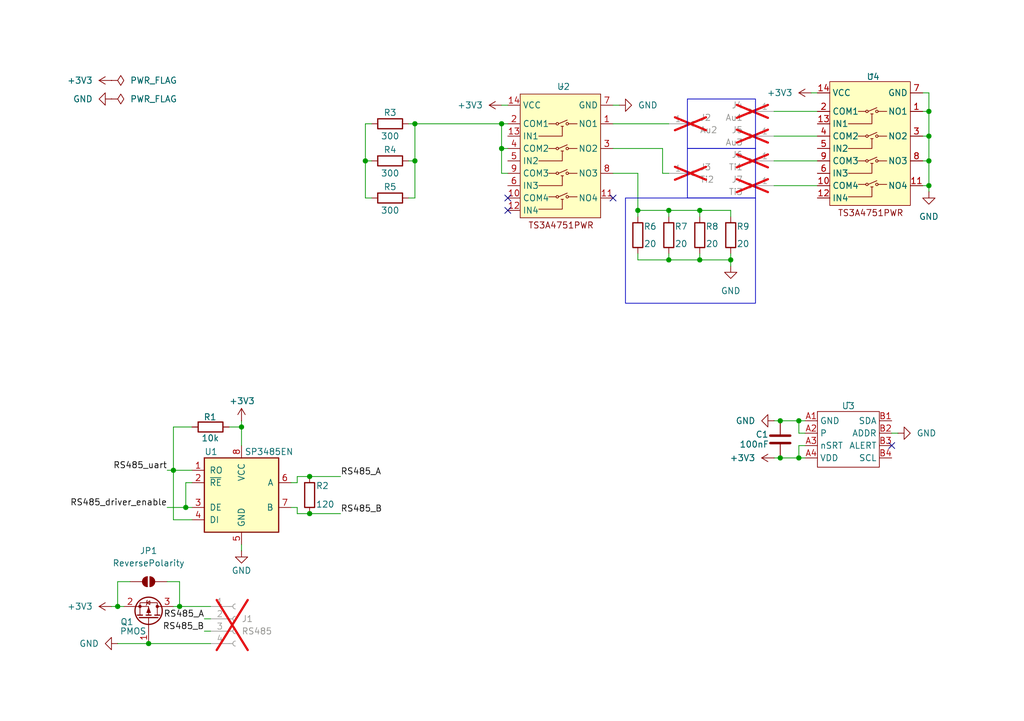
<source format=kicad_sch>
(kicad_sch (version 20231120) (generator "eeschema") (generator_version "8.0")
  (paper "A5")
  (lib_symbols
    (symbol "4022S:GXTS02S"
      (property "Reference" "U" (at 0 5.588 0))
      (symbol "GXTS02S_0_1"
        (rectangle (start -6.35 4.445) (end 6.35 -6.985))
      )
      (symbol "GXTS02S_1_1"
        (pin power_in line (at -8.89 2.54 0) (length 2.54) (name "GND") (number "A1"))
        (pin input line (at -8.89 0 0) (length 2.54) (name "P") (number "A2"))
        (pin input line (at -8.89 -2.54 0) (length 2.54) (name "nSRT") (number "A3"))
        (pin power_in line (at -8.89 -5.08 0) (length 2.54) (name "VDD") (number "A4"))
        (pin bidirectional line (at 8.89 2.54 180) (length 2.54) (name "SDA") (number "B1"))
        (pin input line (at 8.89 0 180) (length 2.54) (name "ADDR") (number "B2"))
        (pin output line (at 8.89 -2.54 180) (length 2.54) (name "ALERT") (number "B3"))
        (pin bidirectional line (at 8.89 -5.08 180) (length 2.54) (name "SCL") (number "B4"))
      )
    )
    (symbol "4022S:TS3A4751PWR"
      (property "Reference" "U" (at -0.762 13.462 0))
      (symbol "TS3A4751PWR_0_1"
        (polyline (pts (xy -1.524 -8.636) (xy -3.048 -8.636)))
        (polyline (pts (xy -1.524 -3.81) (xy -3.048 -3.81)))
        (polyline (pts (xy -1.524 1.27) (xy -3.048 1.27)))
        (polyline (pts (xy -1.524 6.35) (xy -3.048 6.35)))
        (polyline (pts (xy 1.016 -8.636) (xy 2.794 -8.636)))
        (polyline (pts (xy 1.016 -3.81) (xy 2.794 -3.81)))
        (polyline (pts (xy 1.016 1.27) (xy 2.794 1.27)))
        (polyline (pts (xy 1.016 6.35) (xy 2.794 6.35)))
        (polyline (pts (xy 8.255 -15.24) (xy 8.255 -15.24)))
        (polyline (pts (xy 8.255 -7.62) (xy 8.255 -7.62)))
        (polyline (pts (xy 8.255 0) (xy 8.255 0)))
        (polyline (pts (xy -0.508 -9.144) (xy 0 -9.144) (xy -0.254 -9.144) (xy -0.254 -11.176) (xy -5.08 -11.176)))
        (polyline (pts (xy -0.508 -4.318) (xy 0 -4.318) (xy -0.254 -4.318) (xy -0.254 -6.35) (xy -5.08 -6.35)))
        (polyline (pts (xy -0.508 0.762) (xy 0 0.762) (xy -0.254 0.762) (xy -0.254 -1.27) (xy -5.08 -1.27)))
        (polyline (pts (xy -0.508 5.842) (xy 0 5.842) (xy -0.254 5.842) (xy -0.254 3.81) (xy -5.08 3.81)))
      )
      (symbol "TS3A4751PWR_1_0"
        (pin bidirectional line (at -11.43 -8.89 0) (length 2.54) (name "COM4") (number "10"))
        (pin bidirectional line (at 10.16 -8.89 180) (length 2.54) (name "NO4") (number "11"))
        (pin input line (at -11.43 -11.43 0) (length 2.54) (name "IN4") (number "12"))
        (pin input line (at -11.43 3.81 0) (length 2.54) (name "IN1") (number "13"))
        (pin power_in line (at -11.43 10.16 0) (length 2.54) (name "VCC") (number "14"))
        (pin bidirectional line (at -11.43 6.35 0) (length 2.54) (name "COM1") (number "2"))
        (pin bidirectional line (at 10.16 1.27 180) (length 2.54) (name "NO2") (number "3"))
        (pin bidirectional line (at -11.43 1.27 0) (length 2.54) (name "COM2") (number "4"))
        (pin input line (at -11.43 -1.27 0) (length 2.54) (name "IN2") (number "5"))
        (pin input line (at -11.43 -6.35 0) (length 2.54) (name "IN3") (number "6"))
        (pin power_in line (at 10.16 10.16 180) (length 2.54) (name "GND") (number "7"))
        (pin bidirectional line (at 10.16 -3.81 180) (length 2.54) (name "NO3") (number "8"))
        (pin bidirectional line (at -11.43 -3.81 0) (length 2.54) (name "COM3") (number "9"))
      )
      (symbol "TS3A4751PWR_1_1"
        (rectangle (start -8.89 12.446) (end 7.62 -12.954) (fill (type background)))
        (circle (center -1.27 -8.636) (radius 0.254))
        (circle (center -1.27 -3.81) (radius 0.254))
        (circle (center -1.27 1.27) (radius 0.254))
        (circle (center -1.27 6.35) (radius 0.254))
        (polyline (pts (xy -1.016 -8.636) (xy 0.762 -7.874)))
        (polyline (pts (xy -1.016 -3.81) (xy 0.762 -3.048)))
        (polyline (pts (xy -1.016 1.27) (xy 0.762 2.032)))
        (polyline (pts (xy -1.016 6.35) (xy 0.762 7.112)))
        (circle (center 0.762 -8.636) (radius 0.254))
        (circle (center 0.762 -3.81) (radius 0.254))
        (circle (center 0.762 1.27) (radius 0.254))
        (circle (center 0.762 6.35) (radius 0.254))
        (text "TS3A4751PWR" (at -0.508 -14.478 0) (effects (font (size 1.27 1.27))))
        (pin bidirectional line (at 10.16 6.35 180) (length 2.54) (name "NO1") (number "1"))
      )
    )
    (symbol "Connector:Conn_01x01_Socket" (pin_names (offset 1.016) hide)
      (property "Reference" "J" (at 0 2.54 0))
      (property "Value" "Conn_01x01_Socket" (at 0 -2.54 0))
      (symbol "Conn_01x01_Socket_1_1"
        (polyline (pts (xy -1.27 0) (xy -0.508 0)) (stroke (width 0.1524)))
        (arc (start 0 0.508) (mid -0.5058 0) (end 0 -0.508) (stroke (width 0.1524)))
        (pin passive line (at -5.08 0 0) (length 3.81) (name "Pin_1") (number "1"))
      )
    )
    (symbol "Connector:Conn_01x04_Socket" (pin_names (offset 1.016) hide)
      (property "Reference" "J" (at 0 5.08 0))
      (property "Value" "Conn_01x04_Socket" (at 0 -7.62 0))
      (symbol "Conn_01x04_Socket_1_1"
        (arc (start 0 -4.572) (mid -0.5058 -5.08) (end 0 -5.588) (stroke (width 0.1524)))
        (arc (start 0 -2.032) (mid -0.5058 -2.54) (end 0 -3.048) (stroke (width 0.1524)))
        (polyline (pts (xy -1.27 -5.08) (xy -0.508 -5.08)) (stroke (width 0.1524)))
        (polyline (pts (xy -1.27 -2.54) (xy -0.508 -2.54)) (stroke (width 0.1524)))
        (polyline (pts (xy -1.27 0) (xy -0.508 0)) (stroke (width 0.1524)))
        (polyline (pts (xy -1.27 2.54) (xy -0.508 2.54)) (stroke (width 0.1524)))
        (arc (start 0 0.508) (mid -0.5058 0) (end 0 -0.508) (stroke (width 0.1524)))
        (arc (start 0 3.048) (mid -0.5058 2.54) (end 0 2.032) (stroke (width 0.1524)))
        (pin passive line (at -5.08 2.54 0) (length 3.81) (name "Pin_1") (number "1"))
        (pin passive line (at -5.08 0 0) (length 3.81) (name "Pin_2") (number "2"))
        (pin passive line (at -5.08 -2.54 0) (length 3.81) (name "Pin_3") (number "3"))
        (pin passive line (at -5.08 -5.08 0) (length 3.81) (name "Pin_4") (number "4"))
      )
    )
    (symbol "Device:C" (pin_numbers hide) (pin_names (offset 0.254))
      (property "Reference" "C" (at 0.635 2.54 0))
      (property "Value" "C" (at 0.635 -2.54 0))
      (symbol "C_0_1"
        (polyline (pts (xy -2.032 -0.762) (xy 2.032 -0.762)) (stroke (width 0.508)))
        (polyline (pts (xy -2.032 0.762) (xy 2.032 0.762)) (stroke (width 0.508)))
      )
      (symbol "C_1_1"
        (pin passive line (at 0 3.81 270) (length 2.794) (name "~") (number "1"))
        (pin passive line (at 0 -3.81 90) (length 2.794) (name "~") (number "2"))
      )
    )
    (symbol "Device:R" (pin_numbers hide) (pin_names (offset 0))
      (property "Reference" "R" (at 2.032 0 90))
      (property "Value" "R" (at 0 0 90))
      (symbol "R_0_1"
        (rectangle (start -1.016 -2.54) (end 1.016 2.54) (stroke (width 0.254)))
      )
      (symbol "R_1_1"
        (pin passive line (at 0 3.81 270) (length 1.27) (name "~") (number "1"))
        (pin passive line (at 0 -3.81 90) (length 1.27) (name "~") (number "2"))
      )
    )
    (symbol "Interface_UART:SP3485EN" (pin_names (offset 1.016))
      (property "Reference" "U" (at -7.62 8.89 0))
      (property "Value" "SP3485EN" (at 2.54 8.89 0))
      (symbol "SP3485EN_0_1"
        (rectangle (start -7.62 7.62) (end 7.62 -7.62) (stroke (width 0.254)) (fill (type background)))
      )
      (symbol "SP3485EN_1_1"
        (pin output line (at -10.16 5.08 0) (length 2.54) (name "RO") (number "1"))
        (pin input line (at -10.16 2.54 0) (length 2.54) (name "~{RE}") (number "2"))
        (pin input line (at -10.16 -2.54 0) (length 2.54) (name "DE") (number "3"))
        (pin input line (at -10.16 -5.08 0) (length 2.54) (name "DI") (number "4"))
        (pin power_in line (at 0 -10.16 90) (length 2.54) (name "GND") (number "5"))
        (pin bidirectional line (at 10.16 2.54 180) (length 2.54) (name "A") (number "6"))
        (pin bidirectional line (at 10.16 -2.54 180) (length 2.54) (name "B") (number "7"))
        (pin power_in line (at 0 10.16 270) (length 2.54) (name "VCC") (number "8"))
      )
    )
    (symbol "Jumper:SolderJumper_2_Open" (pin_numbers hide) (pin_names (offset 0) hide) (exclude_from_sim yes) (in_bom no)
      (property "Reference" "JP" (at 0 2.032 0))
      (property "Value" "SolderJumper_2_Open" (at 0 -2.54 0))
      (symbol "SolderJumper_2_Open_0_1"
        (arc (start -0.254 1.016) (mid -1.2656 0) (end -0.254 -1.016))
        (arc (start -0.254 1.016) (mid -1.2656 0) (end -0.254 -1.016) (fill (type outline)))
        (polyline (pts (xy -0.254 1.016) (xy -0.254 -1.016)))
        (polyline (pts (xy 0.254 1.016) (xy 0.254 -1.016)))
        (arc (start 0.254 -1.016) (mid 1.2656 0) (end 0.254 1.016))
        (arc (start 0.254 -1.016) (mid 1.2656 0) (end 0.254 1.016) (fill (type outline)))
      )
      (symbol "SolderJumper_2_Open_1_1"
        (pin passive line (at -3.81 0 0) (length 2.54) (name "A") (number "1"))
        (pin passive line (at 3.81 0 180) (length 2.54) (name "B") (number "2"))
      )
    )
    (symbol "Transistor_FET:AO3401A" (pin_names hide)
      (property "Reference" "Q" (at 5.08 1.905 0))
      (property "Value" "AO3401A" (at 5.08 0 0))
      (symbol "AO3401A_0_1"
        (polyline (pts (xy 0.254 0) (xy -2.54 0)))
        (polyline (pts (xy 0.254 1.905) (xy 0.254 -1.905)) (stroke (width 0.254)))
        (polyline (pts (xy 0.762 -1.27) (xy 0.762 -2.286)) (stroke (width 0.254)))
        (polyline (pts (xy 0.762 0.508) (xy 0.762 -0.508)) (stroke (width 0.254)))
        (polyline (pts (xy 0.762 2.286) (xy 0.762 1.27)) (stroke (width 0.254)))
        (polyline (pts (xy 2.54 2.54) (xy 2.54 1.778)))
        (polyline (pts (xy 2.54 -2.54) (xy 2.54 0) (xy 0.762 0)))
        (polyline (pts (xy 0.762 1.778) (xy 3.302 1.778) (xy 3.302 -1.778) (xy 0.762 -1.778)))
        (polyline (pts (xy 2.286 0) (xy 1.27 0.381) (xy 1.27 -0.381) (xy 2.286 0)) (fill (type outline)))
        (polyline (pts (xy 2.794 -0.508) (xy 2.921 -0.381) (xy 3.683 -0.381) (xy 3.81 -0.254)))
        (polyline (pts (xy 3.302 -0.381) (xy 2.921 0.254) (xy 3.683 0.254) (xy 3.302 -0.381)))
        (circle (center 1.651 0) (radius 2.794) (stroke (width 0.254)))
        (circle (center 2.54 -1.778) (radius 0.254) (fill (type outline)))
        (circle (center 2.54 1.778) (radius 0.254) (fill (type outline)))
      )
      (symbol "AO3401A_1_1"
        (pin input line (at -5.08 0 0) (length 2.54) (name "G") (number "1"))
        (pin passive line (at 2.54 -5.08 90) (length 2.54) (name "S") (number "2"))
        (pin passive line (at 2.54 5.08 270) (length 2.54) (name "D") (number "3"))
      )
    )
    (symbol "power:+3V3" (power) (pin_numbers hide) (pin_names (offset 0) hide)
      (property "Value" "+3V3" (at 0 3.556 0))
      (symbol "+3V3_0_1"
        (polyline (pts (xy -0.762 1.27) (xy 0 2.54)))
        (polyline (pts (xy 0 0) (xy 0 2.54)))
        (polyline (pts (xy 0 2.54) (xy 0.762 1.27)))
      )
      (symbol "+3V3_1_1"
        (pin power_in line (at 0 0 90) (length 0) (name "~") (number "1"))
      )
    )
    (symbol "power:GND" (power) (pin_numbers hide) (pin_names (offset 0) hide)
      (property "Value" "GND" (at 0 -3.81 0))
      (symbol "GND_0_1"
        (polyline (pts (xy 0 0) (xy 0 -1.27) (xy 1.27 -1.27) (xy 0 -2.54) (xy -1.27 -1.27) (xy 0 -1.27)))
      )
      (symbol "GND_1_1"
        (pin power_in line (at 0 0 270) (length 0) (name "~") (number "1"))
      )
    )
    (symbol "power:PWR_FLAG" (power) (pin_numbers hide) (pin_names (offset 0) hide)
      (property "Value" "PWR_FLAG" (at 0 3.81 0))
      (symbol "PWR_FLAG_0_0"
        (pin power_out line (at 0 0 90) (length 0) (name "~") (number "1"))
      )
      (symbol "PWR_FLAG_0_1"
        (polyline (pts (xy 0 0) (xy 0 1.27) (xy -1.016 1.905) (xy 0 2.54) (xy 1.016 1.905) (xy 0 1.27)))
      )
    )
  )
  (junction (at 38.1 104.14))
  (junction (at 163.83 86.36))
  (junction (at 190.5 27.94))
  (junction (at 137.16 53.34))
  (junction (at 143.51 43.18))
  (junction (at 30.48 132.08))
  (junction (at 36.83 124.46))
  (junction (at 102.87 25.4))
  (junction (at 149.86 53.34))
  (junction (at 137.16 43.18))
  (junction (at 143.51 53.34))
  (junction (at 102.87 30.48))
  (junction (at 163.83 93.98))
  (junction (at 85.09 33.02))
  (junction (at 160.02 93.98))
  (junction (at 35.56 96.52))
  (junction (at 190.5 22.86))
  (junction (at 24.13 124.46))
  (junction (at 63.5 105.41))
  (junction (at 85.09 25.4))
  (junction (at 190.5 33.02))
  (junction (at 130.81 43.18))
  (junction (at 63.5 97.79))
  (junction (at 190.5 38.1))
  (junction (at 49.53 87.63))
  (junction (at 74.93 33.02))
  (junction (at 160.02 86.36))
  (no_connect (at 182.88 91.44))
  (no_connect (at 125.73 40.64))
  (no_connect (at 104.14 43.18))
  (no_connect (at 104.14 40.64))
  (wire (pts (xy 24.13 124.46) (xy 25.4 124.46)))
  (wire (pts (xy 189.23 27.94) (xy 190.5 27.94)))
  (wire (pts (xy 143.51 43.18) (xy 143.51 44.45)))
  (wire (pts (xy 39.37 87.63) (xy 35.56 87.63)))
  (wire (pts (xy 102.87 25.4) (xy 102.87 30.48)))
  (wire (pts (xy 137.16 43.18) (xy 143.51 43.18)))
  (wire (pts (xy 158.75 22.86) (xy 167.64 22.86)))
  (wire (pts (xy 102.87 30.48) (xy 104.14 30.48)))
  (wire (pts (xy 149.86 53.34) (xy 149.86 52.07)))
  (wire (pts (xy 130.81 53.34) (xy 137.16 53.34)))
  (wire (pts (xy 35.56 106.68) (xy 39.37 106.68)))
  (wire (pts (xy 24.13 132.08) (xy 30.48 132.08)))
  (wire (pts (xy 41.91 129.54) (xy 43.18 129.54)))
  (wire (pts (xy 149.86 53.34) (xy 149.86 54.61)))
  (wire (pts (xy 102.87 35.56) (xy 104.14 35.56)))
  (wire (pts (xy 163.83 93.98) (xy 163.83 91.44)))
  (wire (pts (xy 74.93 33.02) (xy 74.93 25.4)))
  (wire (pts (xy 35.56 87.63) (xy 35.56 96.52)))
  (wire (pts (xy 158.75 33.02) (xy 167.64 33.02)))
  (wire (pts (xy 85.09 40.64) (xy 85.09 33.02)))
  (wire (pts (xy 190.5 33.02) (xy 190.5 38.1)))
  (wire (pts (xy 30.48 132.08) (xy 43.18 132.08)))
  (wire (pts (xy 189.23 33.02) (xy 190.5 33.02)))
  (wire (pts (xy 49.53 91.44) (xy 49.53 87.63)))
  (wire (pts (xy 102.87 30.48) (xy 102.87 35.56)))
  (wire (pts (xy 36.83 124.46) (xy 43.18 124.46)))
  (wire (pts (xy 38.1 104.14) (xy 39.37 104.14)))
  (wire (pts (xy 130.81 43.18) (xy 137.16 43.18)))
  (wire (pts (xy 163.83 93.98) (xy 165.1 93.98)))
  (wire (pts (xy 60.96 99.06) (xy 60.96 97.79)))
  (wire (pts (xy 125.73 30.48) (xy 135.89 30.48)))
  (wire (pts (xy 166.37 19.05) (xy 167.64 19.05)))
  (wire (pts (xy 158.75 38.1) (xy 167.64 38.1)))
  (wire (pts (xy 137.16 52.07) (xy 137.16 53.34)))
  (wire (pts (xy 125.73 25.4) (xy 137.16 25.4)))
  (wire (pts (xy 60.96 104.14) (xy 60.96 105.41)))
  (wire (pts (xy 143.51 52.07) (xy 143.51 53.34)))
  (wire (pts (xy 137.16 43.18) (xy 137.16 44.45)))
  (wire (pts (xy 39.37 99.06) (xy 38.1 99.06)))
  (wire (pts (xy 104.14 25.4) (xy 102.87 25.4)))
  (wire (pts (xy 83.82 25.4) (xy 85.09 25.4)))
  (wire (pts (xy 130.81 35.56) (xy 130.81 43.18)))
  (wire (pts (xy 74.93 40.64) (xy 74.93 33.02)))
  (wire (pts (xy 182.88 88.9) (xy 184.15 88.9)))
  (wire (pts (xy 63.5 97.79) (xy 69.85 97.79)))
  (wire (pts (xy 59.69 99.06) (xy 60.96 99.06)))
  (wire (pts (xy 60.96 105.41) (xy 63.5 105.41)))
  (wire (pts (xy 163.83 86.36) (xy 163.83 88.9)))
  (wire (pts (xy 24.13 124.46) (xy 24.13 119.38)))
  (wire (pts (xy 24.13 119.38) (xy 26.67 119.38)))
  (wire (pts (xy 135.89 30.48) (xy 135.89 35.56)))
  (wire (pts (xy 22.86 124.46) (xy 24.13 124.46)))
  (wire (pts (xy 163.83 91.44) (xy 165.1 91.44)))
  (wire (pts (xy 34.29 96.52) (xy 35.56 96.52)))
  (wire (pts (xy 41.91 127) (xy 43.18 127)))
  (wire (pts (xy 34.29 119.38) (xy 36.83 119.38)))
  (wire (pts (xy 190.5 27.94) (xy 190.5 33.02)))
  (wire (pts (xy 189.23 22.86) (xy 190.5 22.86)))
  (wire (pts (xy 85.09 25.4) (xy 102.87 25.4)))
  (wire (pts (xy 125.73 35.56) (xy 130.81 35.56)))
  (wire (pts (xy 189.23 19.05) (xy 190.5 19.05)))
  (wire (pts (xy 130.81 52.07) (xy 130.81 53.34)))
  (wire (pts (xy 85.09 33.02) (xy 85.09 25.4)))
  (wire (pts (xy 49.53 86.36) (xy 49.53 87.63)))
  (wire (pts (xy 35.56 96.52) (xy 39.37 96.52)))
  (wire (pts (xy 49.53 111.76) (xy 49.53 113.03)))
  (wire (pts (xy 158.75 93.98) (xy 160.02 93.98)))
  (wire (pts (xy 137.16 53.34) (xy 143.51 53.34)))
  (wire (pts (xy 190.5 22.86) (xy 190.5 27.94)))
  (wire (pts (xy 63.5 105.41) (xy 69.85 105.41)))
  (wire (pts (xy 60.96 97.79) (xy 63.5 97.79)))
  (wire (pts (xy 163.83 88.9) (xy 165.1 88.9)))
  (wire (pts (xy 130.81 44.45) (xy 130.81 43.18)))
  (wire (pts (xy 125.73 21.59) (xy 127 21.59)))
  (wire (pts (xy 143.51 53.34) (xy 149.86 53.34)))
  (wire (pts (xy 36.83 119.38) (xy 36.83 124.46)))
  (wire (pts (xy 83.82 40.64) (xy 85.09 40.64)))
  (wire (pts (xy 74.93 25.4) (xy 76.2 25.4)))
  (wire (pts (xy 158.75 27.94) (xy 167.64 27.94)))
  (wire (pts (xy 38.1 99.06) (xy 38.1 104.14)))
  (wire (pts (xy 143.51 43.18) (xy 149.86 43.18)))
  (wire (pts (xy 74.93 33.02) (xy 76.2 33.02)))
  (wire (pts (xy 189.23 38.1) (xy 190.5 38.1)))
  (wire (pts (xy 190.5 19.05) (xy 190.5 22.86)))
  (wire (pts (xy 160.02 93.98) (xy 163.83 93.98)))
  (wire (pts (xy 163.83 86.36) (xy 165.1 86.36)))
  (wire (pts (xy 59.69 104.14) (xy 60.96 104.14)))
  (wire (pts (xy 190.5 38.1) (xy 190.5 39.37)))
  (wire (pts (xy 35.56 124.46) (xy 36.83 124.46)))
  (wire (pts (xy 76.2 40.64) (xy 74.93 40.64)))
  (wire (pts (xy 46.99 87.63) (xy 49.53 87.63)))
  (wire (pts (xy 135.89 35.56) (xy 137.16 35.56)))
  (wire (pts (xy 35.56 96.52) (xy 35.56 106.68)))
  (wire (pts (xy 102.87 21.59) (xy 104.14 21.59)))
  (wire (pts (xy 34.29 104.14) (xy 38.1 104.14)))
  (wire (pts (xy 160.02 86.36) (xy 163.83 86.36)))
  (wire (pts (xy 158.75 86.36) (xy 160.02 86.36)))
  (wire (pts (xy 149.86 43.18) (xy 149.86 44.45)))
  (wire (pts (xy 83.82 33.02) (xy 85.09 33.02)))
  (rectangle (start 140.97 30.48) (end 154.94 40.64))
  (rectangle (start 140.97 20.32) (end 154.94 30.48))
  (rectangle (start 128.27 40.64) (end 154.94 62.23))
  (label "RS485_driver_enable" (at 34.29 104.14 180))
  (label "RS485_A" (at 41.91 127 180))
  (label "RS485_uart" (at 34.29 96.52 180))
  (label "RS485_B" (at 41.91 129.54 180))
  (label "RS485_A" (at 69.85 97.79 0))
  (label "RS485_B" (at 69.85 105.41 0))
  (symbol (lib_id "power:GND") (at 22.86 20.32 270) (unit 1)
    (property "Reference" "#PWR02" (effects (hide yes)))
    (property "Value" "GND" (at 19.05 20.3199 90) (effects (justify right)))
    (property "Description" "Power symbol creates a global label with name \"GND\" , ground" (effects (hide yes)))
  )
  (symbol (lib_id "4022S:TS3A4751PWR") (at 115.57 31.75 0) (unit 1)
    (property "Reference" "U2" (at 115.57 17.78 0))
    (property "Value" "~" (at 115.2525 17.78 0))
  )
  (symbol (lib_id "power:PWR_FLAG") (at 22.86 20.32 270) (unit 1)
    (property "Reference" "#FLG02" (effects (hide yes)))
    (property "Value" "PWR_FLAG" (at 26.67 20.3199 90) (effects (justify left)))
    (property "Description" "Special symbol for telling ERC where power comes from" (effects (hide yes)))
  )
  (symbol (lib_id "power:+3V3") (at 22.86 124.46 90) (unit 1)
    (property "Reference" "#PWR03" (effects (hide yes)))
    (property "Value" "+3V3" (at 19.05 124.4599 90) (effects (justify left)))
    (property "Description" "Power symbol creates a global label with name \"+3V3\"" (effects (hide yes)))
  )
  (symbol (lib_id "Connector:Conn_01x01_Socket") (at 142.24 25.4 0) (unit 1) (dnp yes)
    (property "Reference" "J2" (at 143.51 24.1299 0) (effects (justify left)))
    (property "Value" "Au2" (at 143.51 26.6699 0) (effects (justify left)))
    (property "Description" "Generic connector, single row, 01x01, script generated" (effects (hide yes)))
  )
  (symbol (lib_id "Device:R") (at 80.01 33.02 90) (unit 1)
    (property "Reference" "R4" (at 80.01 30.734 90))
    (property "Value" "300" (at 80.01 35.56 90))
    (property "Description" "Resistor" (effects (hide yes)))
    (property "JLC Part no." "C17887" (effects (hide yes)))
  )
  (symbol (lib_id "power:GND") (at 49.53 113.03 0) (unit 1)
    (property "Reference" "#PWR06" (effects (hide yes)))
    (property "Value" "GND" (at 49.53 117.094 0))
    (property "Description" "Power symbol creates a global label with name \"GND\" , ground" (effects (hide yes)))
  )
  (symbol (lib_id "Connector:Conn_01x01_Socket") (at 153.67 38.1 0) (mirror y) (unit 1) (dnp yes)
    (property "Reference" "J7" (at 152.4 36.8299 0) (effects (justify left)))
    (property "Value" "Ti3" (at 152.4 39.3699 0) (effects (justify left)))
    (property "Description" "Generic connector, single row, 01x01, script generated" (effects (hide yes)))
  )
  (symbol (lib_id "Connector:Conn_01x01_Socket") (at 153.67 22.86 0) (mirror y) (unit 1) (dnp yes)
    (property "Reference" "J4" (at 152.4 21.5899 0) (effects (justify left)))
    (property "Value" "Au1" (at 152.4 24.1299 0) (effects (justify left)))
    (property "Description" "Generic connector, single row, 01x01, script generated" (effects (hide yes)))
  )
  (symbol (lib_id "Device:R") (at 137.16 48.26 180) (unit 1)
    (property "Reference" "R7" (at 139.7 46.482 0))
    (property "Value" "20" (at 139.7 50.038 0))
    (property "Description" "Resistor" (effects (hide yes)))
    (property "JLC Part no." "C17955" (effects (hide yes)))
  )
  (symbol (lib_id "power:GND") (at 184.15 88.9 90) (unit 1)
    (property "Reference" "#PWR013" (effects (hide yes)))
    (property "Value" "GND" (at 187.96 88.8999 90) (effects (justify right)))
    (property "Description" "Power symbol creates a global label with name \"GND\" , ground" (effects (hide yes)))
  )
  (symbol (lib_id "Jumper:SolderJumper_2_Open") (at 30.48 119.38 0) (unit 1) (exclude_from_sim yes) (in_bom no)
    (property "Reference" "JP1" (at 30.48 113.03 0))
    (property "Value" "ReversePolarity" (at 30.48 115.57 0))
    (property "Description" "Solder Jumper, 2-pole, open" (effects (hide yes)))
  )
  (symbol (lib_id "Device:R") (at 43.18 87.63 90) (unit 1)
    (property "Reference" "R1" (at 44.45 85.598 90) (effects (justify left)))
    (property "Value" "10k" (at 44.958 89.916 90) (effects (justify left)))
    (property "Description" "Resistor" (effects (hide yes)))
  )
  (symbol (lib_id "power:GND") (at 190.5 39.37 0) (unit 1)
    (property "Reference" "#PWR014" (effects (hide yes)))
    (property "Value" "GND" (at 190.5 44.45 0))
    (property "Description" "Power symbol creates a global label with name \"GND\" , ground" (effects (hide yes)))
  )
  (symbol (lib_id "power:GND") (at 158.75 86.36 270) (unit 1)
    (property "Reference" "#PWR010" (effects (hide yes)))
    (property "Value" "GND" (at 154.94 86.3599 90) (effects (justify right)))
    (property "Description" "Power symbol creates a global label with name \"GND\" , ground" (effects (hide yes)))
  )
  (symbol (lib_id "Device:R") (at 80.01 25.4 90) (unit 1)
    (property "Reference" "R3" (at 80.01 23.114 90))
    (property "Value" "300" (at 80.01 27.94 90))
    (property "Description" "Resistor" (effects (hide yes)))
    (property "JLC Part no." "C17887" (effects (hide yes)))
  )
  (symbol (lib_id "Connector:Conn_01x01_Socket") (at 142.24 35.56 0) (unit 1) (dnp yes)
    (property "Reference" "J3" (at 143.51 34.2899 0) (effects (justify left)))
    (property "Value" "Ti2" (at 143.51 36.8299 0) (effects (justify left)))
    (property "Description" "Generic connector, single row, 01x01, script generated" (effects (hide yes)))
  )
  (symbol (lib_id "power:+3V3") (at 22.86 16.51 90) (unit 1)
    (property "Reference" "#PWR01" (effects (hide yes)))
    (property "Value" "+3V3" (at 19.05 16.5099 90) (effects (justify left)))
    (property "Description" "Power symbol creates a global label with name \"+3V3\"" (effects (hide yes)))
  )
  (symbol (lib_id "power:GND") (at 149.86 54.61 0) (unit 1)
    (property "Reference" "#PWR09" (effects (hide yes)))
    (property "Value" "GND" (at 149.86 59.69 0))
    (property "Description" "Power symbol creates a global label with name \"GND\" , ground" (effects (hide yes)))
  )
  (symbol (lib_id "4022S:GXTS02S") (at 173.99 88.9 0) (unit 1)
    (property "Reference" "U3" (at 173.99 83.312 0))
    (property "Value" "~" (at 173.99 82.55 0))
  )
  (symbol (lib_id "power:GND") (at 127 21.59 90) (unit 1)
    (property "Reference" "#PWR08" (effects (hide yes)))
    (property "Value" "GND" (at 130.81 21.5899 90) (effects (justify right)))
    (property "Description" "Power symbol creates a global label with name \"GND\" , ground" (effects (hide yes)))
  )
  (symbol (lib_id "Device:R") (at 80.01 40.64 90) (unit 1)
    (property "Reference" "R5" (at 80.01 38.354 90))
    (property "Value" "300" (at 80.01 43.18 90))
    (property "Description" "Resistor" (effects (hide yes)))
    (property "JLC Part no." "C17887" (effects (hide yes)))
  )
  (symbol (lib_id "Device:R") (at 149.86 48.26 180) (unit 1)
    (property "Reference" "R9" (at 152.4 46.482 0))
    (property "Value" "20" (at 152.4 50.038 0))
    (property "Description" "Resistor" (effects (hide yes)))
    (property "JLC Part no." "C17955" (effects (hide yes)))
  )
  (symbol (lib_id "Device:R") (at 130.81 48.26 180) (unit 1)
    (property "Reference" "R6" (at 133.35 46.482 0))
    (property "Value" "20" (at 133.35 50.038 0))
    (property "Description" "Resistor" (effects (hide yes)))
    (property "JLC Part no." "C17955" (effects (hide yes)))
  )
  (symbol (lib_id "4022S:TS3A4751PWR") (at 179.07 29.21 0) (unit 1)
    (property "Reference" "U4" (at 179.07 15.748 0))
    (property "Value" "~" (at 178.7525 15.24 0))
  )
  (symbol (lib_id "Device:C") (at 160.02 90.17 0) (unit 1)
    (property "Reference" "C1" (at 154.94 89.154 0) (effects (justify left)))
    (property "Value" "100nF" (at 151.638 91.186 0) (effects (justify left)))
    (property "Description" "Unpolarized capacitor" (effects (hide yes)))
  )
  (symbol (lib_id "Connector:Conn_01x01_Socket") (at 153.67 33.02 0) (mirror y) (unit 1) (dnp yes)
    (property "Reference" "J6" (at 152.4 31.7499 0) (effects (justify left)))
    (property "Value" "Ti1" (at 152.4 34.2899 0) (effects (justify left)))
    (property "Description" "Generic connector, single row, 01x01, script generated" (effects (hide yes)))
  )
  (symbol (lib_id "power:GND") (at 24.13 132.08 270) (unit 1)
    (property "Reference" "#PWR04" (effects (hide yes)))
    (property "Value" "GND" (at 20.32 132.0799 90) (effects (justify right)))
    (property "Description" "Power symbol creates a global label with name \"GND\" , ground" (effects (hide yes)))
  )
  (symbol (lib_id "power:PWR_FLAG") (at 22.86 16.51 270) (unit 1)
    (property "Reference" "#FLG01" (effects (hide yes)))
    (property "Value" "PWR_FLAG" (at 26.67 16.5099 90) (effects (justify left)))
    (property "Description" "Special symbol for telling ERC where power comes from" (effects (hide yes)))
  )
  (symbol (lib_id "power:+3V3") (at 166.37 19.05 90) (unit 1)
    (property "Reference" "#PWR012" (effects (hide yes)))
    (property "Value" "+3V3" (at 162.56 19.0499 90) (effects (justify left)))
    (property "Description" "Power symbol creates a global label with name \"+3V3\"" (effects (hide yes)))
  )
  (symbol (lib_id "Connector:Conn_01x04_Socket") (at 48.26 127 0) (unit 1) (dnp yes)
    (property "Reference" "J1" (at 49.53 126.9999 0) (effects (justify left)))
    (property "Value" "RS485" (at 49.53 129.5399 0) (effects (justify left)))
    (property "Description" "Generic connector, single row, 01x04, script generated" (effects (hide yes)))
  )
  (symbol (lib_id "Connector:Conn_01x01_Socket") (at 153.67 27.94 0) (mirror y) (unit 1) (dnp yes)
    (property "Reference" "J5" (at 152.4 26.6699 0) (effects (justify left)))
    (property "Value" "Au3" (at 152.4 29.2099 0) (effects (justify left)))
    (property "Description" "Generic connector, single row, 01x01, script generated" (effects (hide yes)))
  )
  (symbol (lib_id "Device:R") (at 63.5 101.6 0) (unit 1)
    (property "Reference" "R2" (at 64.77 99.695 0) (effects (justify left)))
    (property "Value" "120" (at 64.77 103.505 0) (effects (justify left)))
    (property "Footprint" "AnchorRSSA:R1206" (effects (hide yes)))
    (property "Cost" "0,0028" (effects (hide yes)))
    (property "Extended" "False" (effects (hide yes)))
    (property "JLC Part no." "C17909" (effects (hide yes)))
  )
  (symbol (lib_id "power:+3V3") (at 102.87 21.59 90) (unit 1)
    (property "Reference" "#PWR07" (effects (hide yes)))
    (property "Value" "+3V3" (at 99.06 21.5899 90) (effects (justify left)))
    (property "Description" "Power symbol creates a global label with name \"+3V3\"" (effects (hide yes)))
  )
  (symbol (lib_id "Device:R") (at 143.51 48.26 180) (unit 1)
    (property "Reference" "R8" (at 146.05 46.482 0))
    (property "Value" "20" (at 146.05 50.038 0))
    (property "Description" "Resistor" (effects (hide yes)))
    (property "JLC Part no." "C17955" (effects (hide yes)))
  )
  (symbol (lib_id "Interface_UART:SP3485EN") (at 49.53 101.6 0) (unit 1)
    (property "Reference" "U1" (at 41.91 92.71 0) (effects (justify left)))
    (property "Value" "SP3485EN" (at 50.165 92.71 0) (effects (justify left)))
    (property "Footprint" "AnchorRSSA:SOIC-8_L5.0-W4.0-P1.27-LS6.0-BL" (effects (hide yes)))
    (property "Datasheet" "http://www.icbase.com/pdf/SPX/SPX00480106.pdf" (effects (hide yes)))
    (property "Cost" "0,3076" (effects (hide yes)))
    (property "Extended" "False" (effects (hide yes)))
    (property "JLC Part no." "C8963" (effects (hide yes)))
  )
  (symbol (lib_id "Transistor_FET:AO3401A") (at 30.48 127 270) (mirror x) (unit 1)
    (property "Reference" "Q1" (at 26.035 127.635 90))
    (property "Value" "PMOS" (at 27.305 129.54 90))
    (property "Footprint" "AnchorRSSA:SOT-23_L2.9-W1.3-P1.90-LS2.4-BR" (effects (hide yes)))
    (property "Datasheet" "http://www.aosmd.com/pdfs/datasheet/AO3401A.pdf" (effects (hide yes)))
    (property "Cost" "0,0387" (effects (hide yes)))
    (property "Extended" "False" (effects (hide yes)))
    (property "JLC Part no." "C15127" (effects (hide yes)))
  )
  (symbol (lib_id "power:+3V3") (at 158.75 93.98 90) (unit 1)
    (property "Reference" "#PWR011" (effects (hide yes)))
    (property "Value" "+3V3" (at 154.94 93.9799 90) (effects (justify left)))
    (property "Description" "Power symbol creates a global label with name \"+3V3\"" (effects (hide yes)))
  )
  (symbol (lib_id "power:+3V3") (at 49.53 86.36 0) (unit 1)
    (property "Reference" "#PWR05" (effects (hide yes)))
    (property "Value" "+3V3" (at 46.99 82.296 0) (effects (justify left)))
    (property "Description" "Power symbol creates a global label with name \"+3V3\"" (effects (hide yes)))
  )
)
</source>
